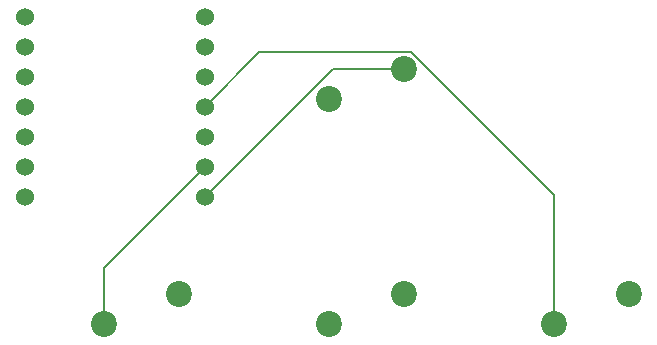
<source format=gbr>
%TF.GenerationSoftware,KiCad,Pcbnew,9.0.6*%
%TF.CreationDate,2025-11-24T17:16:53-08:00*%
%TF.ProjectId,Hackpad,4861636b-7061-4642-9e6b-696361645f70,rev?*%
%TF.SameCoordinates,Original*%
%TF.FileFunction,Copper,L2,Bot*%
%TF.FilePolarity,Positive*%
%FSLAX46Y46*%
G04 Gerber Fmt 4.6, Leading zero omitted, Abs format (unit mm)*
G04 Created by KiCad (PCBNEW 9.0.6) date 2025-11-24 17:16:53*
%MOMM*%
%LPD*%
G01*
G04 APERTURE LIST*
%TA.AperFunction,ComponentPad*%
%ADD10C,1.524000*%
%TD*%
%TA.AperFunction,ComponentPad*%
%ADD11C,2.200000*%
%TD*%
%TA.AperFunction,Conductor*%
%ADD12C,0.200000*%
%TD*%
G04 APERTURE END LIST*
D10*
%TO.P,U1,1,GPIO26/ADC0/A0*%
%TO.N,unconnected-(U1-GPIO26{slash}ADC0{slash}A0-Pad1)*%
X125650000Y-86978500D03*
%TO.P,U1,2,GPIO27/ADC1/A1*%
%TO.N,unconnected-(U1-GPIO27{slash}ADC1{slash}A1-Pad2)*%
X125650000Y-89518500D03*
%TO.P,U1,3,GPIO28/ADC2/A2*%
%TO.N,unconnected-(U1-GPIO28{slash}ADC2{slash}A2-Pad3)*%
X125650000Y-92058500D03*
%TO.P,U1,4,GPIO29/ADC3/A3*%
%TO.N,unconnected-(U1-GPIO29{slash}ADC3{slash}A3-Pad4)*%
X125650000Y-94598500D03*
%TO.P,U1,5,GPIO6/SDA*%
%TO.N,Net-(D1-DIN)*%
X125650000Y-97138500D03*
%TO.P,U1,6,GPIO7/SCL*%
%TO.N,unconnected-(U1-GPIO7{slash}SCL-Pad6)*%
X125650000Y-99678500D03*
%TO.P,U1,7,GPIO0/TX*%
%TO.N,unconnected-(U1-GPIO0{slash}TX-Pad7)*%
X125650000Y-102218500D03*
%TO.P,U1,8,GPIO1/RX*%
%TO.N,Net-(U1-GPIO1{slash}RX)*%
X140890000Y-102218500D03*
%TO.P,U1,9,GPIO2/SCK*%
%TO.N,Net-(U1-GPIO2{slash}SCK)*%
X140890000Y-99678500D03*
%TO.P,U1,10,GPIO4/MISO*%
%TO.N,Net-(U1-GPIO4{slash}MISO)*%
X140890000Y-97138500D03*
%TO.P,U1,11,GPIO3/MOSI*%
%TO.N,Net-(U1-GPIO3{slash}MOSI)*%
X140890000Y-94598500D03*
%TO.P,U1,12,3V3*%
%TO.N,unconnected-(U1-3V3-Pad12)*%
X140890000Y-92058500D03*
%TO.P,U1,13,GND*%
%TO.N,GND*%
X140890000Y-89518500D03*
%TO.P,U1,14,VBUS*%
%TO.N,+5V*%
X140890000Y-86978500D03*
%TD*%
D11*
%TO.P,SW2,1,1*%
%TO.N,GND*%
X138700000Y-110410000D03*
%TO.P,SW2,2,2*%
%TO.N,Net-(U1-GPIO2{slash}SCK)*%
X132350000Y-112950000D03*
%TD*%
%TO.P,SW3,1,1*%
%TO.N,GND*%
X157750000Y-110410000D03*
%TO.P,SW3,2,2*%
%TO.N,Net-(U1-GPIO4{slash}MISO)*%
X151400000Y-112950000D03*
%TD*%
%TO.P,SW1,1,1*%
%TO.N,Net-(U1-GPIO1{slash}RX)*%
X157750000Y-91360000D03*
%TO.P,SW1,2,2*%
%TO.N,GND*%
X151400000Y-93900000D03*
%TD*%
%TO.P,SW4,1,1*%
%TO.N,GND*%
X176800000Y-110410000D03*
%TO.P,SW4,2,2*%
%TO.N,Net-(U1-GPIO3{slash}MOSI)*%
X170450000Y-112950000D03*
%TD*%
D12*
%TO.N,Net-(U1-GPIO3{slash}MOSI)*%
X170450000Y-112950000D02*
X170450000Y-102078686D01*
X158330314Y-89959000D02*
X145529500Y-89959000D01*
X170450000Y-102078686D02*
X158330314Y-89959000D01*
X145529500Y-89959000D02*
X140890000Y-94598500D01*
%TO.N,Net-(U1-GPIO1{slash}RX)*%
X140890000Y-102218500D02*
X151748500Y-91360000D01*
X151748500Y-91360000D02*
X157750000Y-91360000D01*
%TO.N,Net-(U1-GPIO2{slash}SCK)*%
X140890000Y-99678500D02*
X132350000Y-108218500D01*
X132350000Y-108218500D02*
X132350000Y-112950000D01*
%TD*%
M02*

</source>
